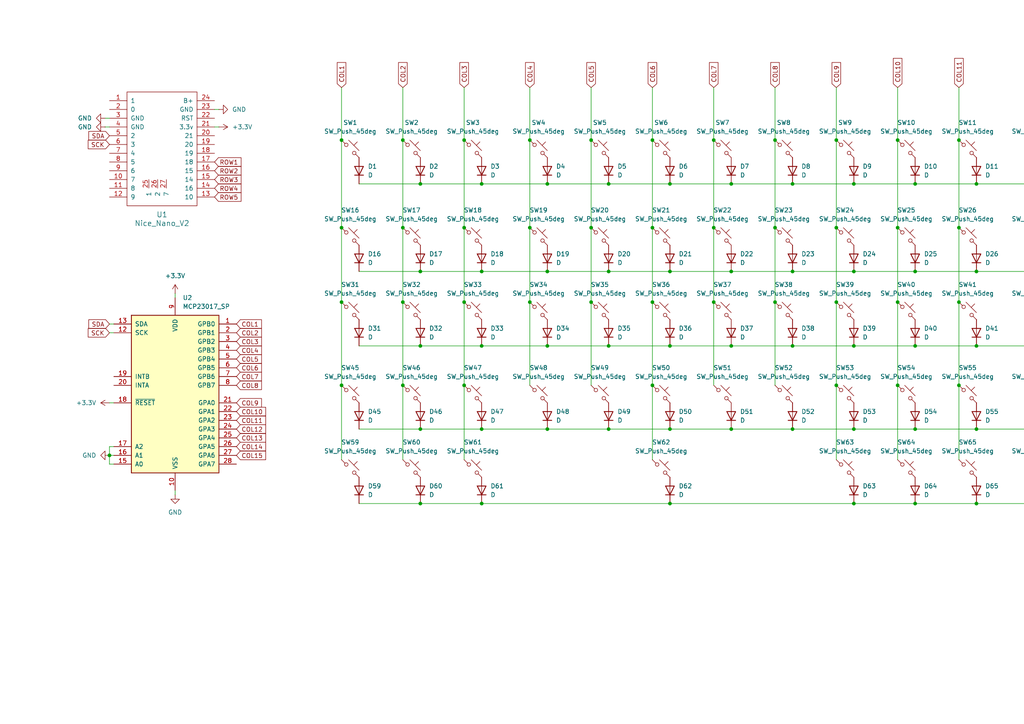
<source format=kicad_sch>
(kicad_sch (version 20231120) (generator "eeschema") (generator_version "8.0")
  (paper "A4")
  (junction (at 356.87 53.34))
  (junction (at 260.35 66.04))
  (junction (at 176.53 78.74))
  (junction (at 321.31 53.34))
  (junction (at 134.62 66.04))
  (junction (at 134.62 111.76))
  (junction (at 207.01 66.04))
  (junction (at 339.09 53.34))
  (junction (at 265.43 78.74))
  (junction (at 176.53 53.34))
  (junction (at 224.79 40.64))
  (junction (at 121.92 146.05))
  (junction (at 189.23 111.76))
  (junction (at 334.01 66.04))
  (junction (at 283.21 100.33))
  (junction (at 212.09 124.46))
  (junction (at 229.87 124.46))
  (junction (at 242.57 66.04))
  (junction (at 171.45 87.63))
  (junction (at 121.92 100.33))
  (junction (at 303.53 146.05))
  (junction (at 303.53 53.34))
  (junction (at 229.87 78.74))
  (junction (at 247.65 100.33))
  (junction (at 303.53 100.33))
  (junction (at 207.01 87.63))
  (junction (at 189.23 87.63))
  (junction (at 339.09 100.33))
  (junction (at 229.87 53.34))
  (junction (at 158.75 100.33))
  (junction (at 298.45 40.64))
  (junction (at 283.21 78.74))
  (junction (at 224.79 87.63))
  (junction (at 356.87 78.74))
  (junction (at 298.45 66.04))
  (junction (at 99.06 66.04))
  (junction (at 278.13 111.76))
  (junction (at 194.31 146.05))
  (junction (at 339.09 146.05))
  (junction (at 176.53 100.33))
  (junction (at 356.87 124.46))
  (junction (at 283.21 53.34))
  (junction (at 134.62 40.64))
  (junction (at 356.87 100.33))
  (junction (at 116.84 111.76))
  (junction (at 224.79 66.04))
  (junction (at 171.45 66.04))
  (junction (at 298.45 111.76))
  (junction (at 247.65 53.34))
  (junction (at 121.92 78.74))
  (junction (at 247.65 124.46))
  (junction (at 121.92 53.34))
  (junction (at 158.75 78.74))
  (junction (at 121.92 124.46))
  (junction (at 194.31 53.34))
  (junction (at 139.7 146.05))
  (junction (at 134.62 87.63))
  (junction (at 351.79 87.63))
  (junction (at 242.57 111.76))
  (junction (at 153.67 87.63))
  (junction (at 334.01 87.63))
  (junction (at 99.06 111.76))
  (junction (at 116.84 87.63))
  (junction (at 283.21 146.05))
  (junction (at 212.09 53.34))
  (junction (at 303.53 78.74))
  (junction (at 158.75 124.46))
  (junction (at 260.35 87.63))
  (junction (at 207.01 40.64))
  (junction (at 212.09 100.33))
  (junction (at 260.35 40.64))
  (junction (at 265.43 124.46))
  (junction (at 339.09 124.46))
  (junction (at 139.7 124.46))
  (junction (at 229.87 100.33))
  (junction (at 31.75 132.08))
  (junction (at 247.65 78.74))
  (junction (at 283.21 124.46))
  (junction (at 321.31 78.74))
  (junction (at 194.31 124.46))
  (junction (at 339.09 78.74))
  (junction (at 99.06 87.63))
  (junction (at 265.43 53.34))
  (junction (at 171.45 40.64))
  (junction (at 247.65 146.05))
  (junction (at 139.7 78.74))
  (junction (at 303.53 124.46))
  (junction (at 176.53 124.46))
  (junction (at 139.7 53.34))
  (junction (at 265.43 100.33))
  (junction (at 194.31 78.74))
  (junction (at 139.7 100.33))
  (junction (at 278.13 87.63))
  (junction (at 351.79 66.04))
  (junction (at 351.79 111.76))
  (junction (at 116.84 66.04))
  (junction (at 334.01 111.76))
  (junction (at 298.45 87.63))
  (junction (at 212.09 78.74))
  (junction (at 99.06 40.64))
  (junction (at 189.23 40.64))
  (junction (at 278.13 66.04))
  (junction (at 265.43 146.05))
  (junction (at 242.57 87.63))
  (junction (at 189.23 66.04))
  (junction (at 334.01 40.64))
  (junction (at 153.67 66.04))
  (junction (at 116.84 40.64))
  (junction (at 242.57 40.64))
  (junction (at 194.31 100.33))
  (junction (at 356.87 146.05))
  (junction (at 351.79 40.64))
  (junction (at 278.13 40.64))
  (junction (at 158.75 53.34))
  (junction (at 153.67 40.64))
  (junction (at 316.23 40.64))
  (junction (at 260.35 111.76))
  (wire (pts (xy 104.14 146.05) (xy 121.92 146.05)))
  (wire (pts (xy 153.67 40.64) (xy 153.67 66.04)))
  (wire (pts (xy 134.62 87.63) (xy 134.62 111.76)))
  (wire (pts (xy 351.79 25.4) (xy 351.79 40.64)))
  (wire (pts (xy 334.01 87.63) (xy 334.01 111.76)))
  (wire (pts (xy 139.7 146.05) (xy 194.31 146.05)))
  (wire (pts (xy 298.45 25.4) (xy 298.45 40.64)))
  (wire (pts (xy 212.09 53.34) (xy 229.87 53.34)))
  (wire (pts (xy 229.87 124.46) (xy 247.65 124.46)))
  (wire (pts (xy 104.14 124.46) (xy 121.92 124.46)))
  (wire (pts (xy 334.01 66.04) (xy 334.01 87.63)))
  (wire (pts (xy 104.14 100.33) (xy 121.92 100.33)))
  (wire (pts (xy 278.13 111.76) (xy 278.13 133.35)))
  (wire (pts (xy 334.01 25.4) (xy 334.01 40.64)))
  (wire (pts (xy 194.31 146.05) (xy 247.65 146.05)))
  (wire (pts (xy 265.43 100.33) (xy 283.21 100.33)))
  (wire (pts (xy 278.13 87.63) (xy 278.13 111.76)))
  (wire (pts (xy 171.45 66.04) (xy 171.45 87.63)))
  (wire (pts (xy 247.65 124.46) (xy 265.43 124.46)))
  (wire (pts (xy 176.53 78.74) (xy 194.31 78.74)))
  (wire (pts (xy 134.62 66.04) (xy 134.62 87.63)))
  (wire (pts (xy 171.45 25.4) (xy 171.45 40.64)))
  (wire (pts (xy 247.65 146.05) (xy 265.43 146.05)))
  (wire (pts (xy 283.21 124.46) (xy 303.53 124.46)))
  (wire (pts (xy 176.53 100.33) (xy 194.31 100.33)))
  (wire (pts (xy 278.13 40.64) (xy 278.13 66.04)))
  (wire (pts (xy 207.01 66.04) (xy 207.01 87.63)))
  (wire (pts (xy 229.87 53.34) (xy 247.65 53.34)))
  (wire (pts (xy 283.21 53.34) (xy 303.53 53.34)))
  (wire (pts (xy 298.45 111.76) (xy 298.45 133.35)))
  (wire (pts (xy 194.31 100.33) (xy 212.09 100.33)))
  (wire (pts (xy 356.87 78.74) (xy 365.76 78.74)))
  (wire (pts (xy 189.23 111.76) (xy 189.23 133.35)))
  (wire (pts (xy 31.75 96.52) (xy 33.02 96.52)))
  (wire (pts (xy 260.35 66.04) (xy 260.35 87.63)))
  (wire (pts (xy 283.21 78.74) (xy 303.53 78.74)))
  (wire (pts (xy 116.84 87.63) (xy 116.84 111.76)))
  (wire (pts (xy 194.31 53.34) (xy 212.09 53.34)))
  (wire (pts (xy 260.35 87.63) (xy 260.35 111.76)))
  (wire (pts (xy 224.79 40.64) (xy 224.79 66.04)))
  (wire (pts (xy 212.09 124.46) (xy 229.87 124.46)))
  (wire (pts (xy 31.75 132.08) (xy 31.75 134.62)))
  (wire (pts (xy 134.62 40.64) (xy 134.62 66.04)))
  (wire (pts (xy 176.53 124.46) (xy 194.31 124.46)))
  (wire (pts (xy 224.79 25.4) (xy 224.79 40.64)))
  (wire (pts (xy 212.09 78.74) (xy 229.87 78.74)))
  (wire (pts (xy 139.7 53.34) (xy 158.75 53.34)))
  (wire (pts (xy 247.65 53.34) (xy 265.43 53.34)))
  (wire (pts (xy 247.65 78.74) (xy 265.43 78.74)))
  (wire (pts (xy 116.84 40.64) (xy 116.84 66.04)))
  (wire (pts (xy 104.14 78.74) (xy 121.92 78.74)))
  (wire (pts (xy 176.53 53.34) (xy 194.31 53.34)))
  (wire (pts (xy 351.79 66.04) (xy 351.79 87.63)))
  (wire (pts (xy 99.06 40.64) (xy 99.06 66.04)))
  (wire (pts (xy 278.13 25.4) (xy 278.13 40.64)))
  (wire (pts (xy 334.01 40.64) (xy 334.01 66.04)))
  (wire (pts (xy 303.53 100.33) (xy 339.09 100.33)))
  (wire (pts (xy 316.23 25.4) (xy 316.23 40.64)))
  (wire (pts (xy 63.5 31.75) (xy 62.23 31.75)))
  (wire (pts (xy 265.43 53.34) (xy 283.21 53.34)))
  (wire (pts (xy 316.23 40.64) (xy 316.23 66.04)))
  (wire (pts (xy 229.87 100.33) (xy 247.65 100.33)))
  (wire (pts (xy 30.48 34.29) (xy 31.75 34.29)))
  (wire (pts (xy 247.65 100.33) (xy 265.43 100.33)))
  (wire (pts (xy 171.45 40.64) (xy 171.45 66.04)))
  (wire (pts (xy 298.45 87.63) (xy 298.45 111.76)))
  (wire (pts (xy 339.09 78.74) (xy 356.87 78.74)))
  (wire (pts (xy 339.09 124.46) (xy 356.87 124.46)))
  (wire (pts (xy 224.79 87.63) (xy 224.79 111.76)))
  (wire (pts (xy 189.23 40.64) (xy 189.23 66.04)))
  (wire (pts (xy 356.87 146.05) (xy 365.76 146.05)))
  (wire (pts (xy 339.09 100.33) (xy 356.87 100.33)))
  (wire (pts (xy 194.31 124.46) (xy 212.09 124.46)))
  (wire (pts (xy 321.31 53.34) (xy 339.09 53.34)))
  (wire (pts (xy 207.01 40.64) (xy 207.01 66.04)))
  (wire (pts (xy 339.09 53.34) (xy 356.87 53.34)))
  (wire (pts (xy 153.67 66.04) (xy 153.67 87.63)))
  (wire (pts (xy 121.92 146.05) (xy 139.7 146.05)))
  (wire (pts (xy 224.79 66.04) (xy 224.79 87.63)))
  (wire (pts (xy 99.06 66.04) (xy 99.06 87.63)))
  (wire (pts (xy 265.43 78.74) (xy 283.21 78.74)))
  (wire (pts (xy 31.75 116.84) (xy 33.02 116.84)))
  (wire (pts (xy 139.7 100.33) (xy 158.75 100.33)))
  (wire (pts (xy 31.75 134.62) (xy 33.02 134.62)))
  (wire (pts (xy 260.35 40.64) (xy 260.35 66.04)))
  (wire (pts (xy 356.87 124.46) (xy 365.76 124.46)))
  (wire (pts (xy 104.14 53.34) (xy 121.92 53.34)))
  (wire (pts (xy 189.23 25.4) (xy 189.23 40.64)))
  (wire (pts (xy 116.84 111.76) (xy 116.84 133.35)))
  (wire (pts (xy 298.45 66.04) (xy 298.45 87.63)))
  (wire (pts (xy 298.45 40.64) (xy 298.45 66.04)))
  (wire (pts (xy 139.7 124.46) (xy 158.75 124.46)))
  (wire (pts (xy 321.31 78.74) (xy 339.09 78.74)))
  (wire (pts (xy 303.53 146.05) (xy 339.09 146.05)))
  (wire (pts (xy 158.75 124.46) (xy 176.53 124.46)))
  (wire (pts (xy 134.62 25.4) (xy 134.62 40.64)))
  (wire (pts (xy 207.01 87.63) (xy 207.01 111.76)))
  (wire (pts (xy 351.79 40.64) (xy 351.79 66.04)))
  (wire (pts (xy 339.09 146.05) (xy 356.87 146.05)))
  (wire (pts (xy 30.48 36.83) (xy 31.75 36.83)))
  (wire (pts (xy 50.8 143.51) (xy 50.8 142.24)))
  (wire (pts (xy 189.23 66.04) (xy 189.23 87.63)))
  (wire (pts (xy 303.53 78.74) (xy 321.31 78.74)))
  (wire (pts (xy 212.09 100.33) (xy 229.87 100.33)))
  (wire (pts (xy 356.87 100.33) (xy 365.76 100.33)))
  (wire (pts (xy 229.87 78.74) (xy 247.65 78.74)))
  (wire (pts (xy 260.35 111.76) (xy 260.35 133.35)))
  (wire (pts (xy 99.06 87.63) (xy 99.06 111.76)))
  (wire (pts (xy 116.84 25.4) (xy 116.84 40.64)))
  (wire (pts (xy 153.67 25.4) (xy 153.67 40.64)))
  (wire (pts (xy 189.23 87.63) (xy 189.23 111.76)))
  (wire (pts (xy 134.62 111.76) (xy 134.62 133.35)))
  (wire (pts (xy 116.84 66.04) (xy 116.84 87.63)))
  (wire (pts (xy 283.21 146.05) (xy 303.53 146.05)))
  (wire (pts (xy 242.57 87.63) (xy 242.57 111.76)))
  (wire (pts (xy 158.75 100.33) (xy 176.53 100.33)))
  (wire (pts (xy 139.7 78.74) (xy 158.75 78.74)))
  (wire (pts (xy 334.01 111.76) (xy 334.01 133.35)))
  (wire (pts (xy 121.92 124.46) (xy 139.7 124.46)))
  (wire (pts (xy 171.45 87.63) (xy 171.45 111.76)))
  (wire (pts (xy 99.06 40.64) (xy 99.06 25.4)))
  (wire (pts (xy 351.79 111.76) (xy 351.79 133.35)))
  (wire (pts (xy 303.53 53.34) (xy 321.31 53.34)))
  (wire (pts (xy 265.43 124.46) (xy 283.21 124.46)))
  (wire (pts (xy 158.75 53.34) (xy 176.53 53.34)))
  (wire (pts (xy 121.92 78.74) (xy 139.7 78.74)))
  (wire (pts (xy 242.57 40.64) (xy 242.57 66.04)))
  (wire (pts (xy 31.75 129.54) (xy 31.75 132.08)))
  (wire (pts (xy 99.06 111.76) (xy 99.06 133.35)))
  (wire (pts (xy 153.67 87.63) (xy 153.67 111.76)))
  (wire (pts (xy 242.57 111.76) (xy 242.57 133.35)))
  (wire (pts (xy 33.02 129.54) (xy 31.75 129.54)))
  (wire (pts (xy 356.87 53.34) (xy 365.76 53.34)))
  (wire (pts (xy 278.13 66.04) (xy 278.13 87.63)))
  (wire (pts (xy 158.75 78.74) (xy 176.53 78.74)))
  (wire (pts (xy 351.79 87.63) (xy 351.79 111.76)))
  (wire (pts (xy 31.75 132.08) (xy 33.02 132.08)))
  (wire (pts (xy 283.21 100.33) (xy 303.53 100.33)))
  (wire (pts (xy 260.35 25.4) (xy 260.35 40.64)))
  (wire (pts (xy 121.92 100.33) (xy 139.7 100.33)))
  (wire (pts (xy 303.53 124.46) (xy 339.09 124.46)))
  (wire (pts (xy 121.92 53.34) (xy 139.7 53.34)))
  (wire (pts (xy 242.57 25.4) (xy 242.57 40.64)))
  (wire (pts (xy 194.31 78.74) (xy 212.09 78.74)))
  (wire (pts (xy 207.01 25.4) (xy 207.01 40.64)))
  (wire (pts (xy 63.5 36.83) (xy 62.23 36.83)))
  (wire (pts (xy 265.43 146.05) (xy 283.21 146.05)))
  (wire (pts (xy 242.57 66.04) (xy 242.57 87.63)))
  (wire (pts (xy 31.75 93.98) (xy 33.02 93.98)))
  (wire (pts (xy 50.8 85.09) (xy 50.8 86.36)))
  (global_label "COL6" (shape input) (at 189.23 25.4 90) (property "Intersheetrefs" "${INTERSHEET_REFS}" (effects (hide yes))))
  (global_label "COL1" (shape input) (at 99.06 25.4 90) (property "Intersheetrefs" "${INTERSHEET_REFS}" (effects (hide yes))))
  (global_label "COL12" (shape input) (at 68.58 124.46 0) (property "Intersheetrefs" "${INTERSHEET_REFS}" (effects (hide yes))))
  (global_label "COL11" (shape input) (at 278.13 25.4 90) (property "Intersheetrefs" "${INTERSHEET_REFS}" (effects (hide yes))))
  (global_label "COL7" (shape input) (at 68.58 109.22 0) (property "Intersheetrefs" "${INTERSHEET_REFS}" (effects (hide yes))))
  (global_label "COL8" (shape input) (at 224.79 25.4 90) (property "Intersheetrefs" "${INTERSHEET_REFS}" (effects (hide yes))))
  (global_label "ROW5" (shape input) (at 62.23 57.15 0) (property "Intersheetrefs" "${INTERSHEET_REFS}" (effects (hide yes))))
  (global_label "COL15" (shape input) (at 68.58 132.08 0) (property "Intersheetrefs" "${INTERSHEET_REFS}" (effects (hide yes))))
  (global_label "COL14" (shape input) (at 68.58 129.54 0) (property "Intersheetrefs" "${INTERSHEET_REFS}" (effects (hide yes))))
  (global_label "ROW2" (shape input) (at 365.76 78.74 0) (property "Intersheetrefs" "${INTERSHEET_REFS}" (effects (hide yes))))
  (global_label "ROW3" (shape input) (at 62.23 52.07 0) (property "Intersheetrefs" "${INTERSHEET_REFS}" (effects (hide yes))))
  (global_label "COL5" (shape input) (at 68.58 104.14 0) (property "Intersheetrefs" "${INTERSHEET_REFS}" (effects (hide yes))))
  (global_label "SDA" (shape input) (at 31.75 93.98 180) (property "Intersheetrefs" "${INTERSHEET_REFS}" (effects (hide yes))))
  (global_label "COL14" (shape input) (at 334.01 25.4 90) (property "Intersheetrefs" "${INTERSHEET_REFS}" (effects (hide yes))))
  (global_label "COL10" (shape input) (at 260.35 25.4 90) (property "Intersheetrefs" "${INTERSHEET_REFS}" (effects (hide yes))))
  (global_label "COL13" (shape input) (at 316.23 25.4 90) (property "Intersheetrefs" "${INTERSHEET_REFS}" (effects (hide yes))))
  (global_label "ROW1" (shape input) (at 62.23 46.99 0) (property "Intersheetrefs" "${INTERSHEET_REFS}" (effects (hide yes))))
  (global_label "COL15" (shape input) (at 351.79 25.4 90) (property "Intersheetrefs" "${INTERSHEET_REFS}" (effects (hide yes))))
  (global_label "COL2" (shape input) (at 116.84 25.4 90) (property "Intersheetrefs" "${INTERSHEET_REFS}" (effects (hide yes))))
  (global_label "SDA" (shape input) (at 31.75 39.37 180) (property "Intersheetrefs" "${INTERSHEET_REFS}" (effects (hide yes))))
  (global_label "COL2" (shape input) (at 68.58 96.52 0) (property "Intersheetrefs" "${INTERSHEET_REFS}" (effects (hide yes))))
  (global_label "COL12" (shape input) (at 298.45 25.4 90) (property "Intersheetrefs" "${INTERSHEET_REFS}" (effects (hide yes))))
  (global_label "COL3" (shape input) (at 68.58 99.06 0) (property "Intersheetrefs" "${INTERSHEET_REFS}" (effects (hide yes))))
  (global_label "COL4" (shape input) (at 68.58 101.6 0) (property "Intersheetrefs" "${INTERSHEET_REFS}" (effects (hide yes))))
  (global_label "ROW5" (shape input) (at 365.76 146.05 0) (property "Intersheetrefs" "${INTERSHEET_REFS}" (effects (hide yes))))
  (global_label "COL11" (shape input) (at 68.58 121.92 0) (property "Intersheetrefs" "${INTERSHEET_REFS}" (effects (hide yes))))
  (global_label "COL10" (shape input) (at 68.58 119.38 0) (property "Intersheetrefs" "${INTERSHEET_REFS}" (effects (hide yes))))
  (global_label "ROW1" (shape input) (at 365.76 53.34 0) (property "Intersheetrefs" "${INTERSHEET_REFS}" (effects (hide yes))))
  (global_label "COL1" (shape input) (at 68.58 93.98 0) (property "Intersheetrefs" "${INTERSHEET_REFS}" (effects (hide yes))))
  (global_label "ROW4" (shape input) (at 365.76 124.46 0) (property "Intersheetrefs" "${INTERSHEET_REFS}" (effects (hide yes))))
  (global_label "COL9" (shape input) (at 68.58 116.84 0) (property "Intersheetrefs" "${INTERSHEET_REFS}" (effects (hide yes))))
  (global_label "COL9" (shape input) (at 242.57 25.4 90) (property "Intersheetrefs" "${INTERSHEET_REFS}" (effects (hide yes))))
  (global_label "ROW3" (shape input) (at 365.76 100.33 0) (property "Intersheetrefs" "${INTERSHEET_REFS}" (effects (hide yes))))
  (global_label "SCK" (shape input) (at 31.75 96.52 180) (property "Intersheetrefs" "${INTERSHEET_REFS}" (effects (hide yes))))
  (global_label "ROW4" (shape input) (at 62.23 54.61 0) (property "Intersheetrefs" "${INTERSHEET_REFS}" (effects (hide yes))))
  (global_label "COL5" (shape input) (at 171.45 25.4 90) (property "Intersheetrefs" "${INTERSHEET_REFS}" (effects (hide yes))))
  (global_label "ROW2" (shape input) (at 62.23 49.53 0) (property "Intersheetrefs" "${INTERSHEET_REFS}" (effects (hide yes))))
  (global_label "COL6" (shape input) (at 68.58 106.68 0) (property "Intersheetrefs" "${INTERSHEET_REFS}" (effects (hide yes))))
  (global_label "SCK" (shape input) (at 31.75 41.91 180) (property "Intersheetrefs" "${INTERSHEET_REFS}" (effects (hide yes))))
  (global_label "COL8" (shape input) (at 68.58 111.76 0) (property "Intersheetrefs" "${INTERSHEET_REFS}" (effects (hide yes))))
  (global_label "COL7" (shape input) (at 207.01 25.4 90) (property "Intersheetrefs" "${INTERSHEET_REFS}" (effects (hide yes))))
  (global_label "COL3" (shape input) (at 134.62 25.4 90) (property "Intersheetrefs" "${INTERSHEET_REFS}" (effects (hide yes))))
  (global_label "COL13" (shape input) (at 68.58 127 0) (property "Intersheetrefs" "${INTERSHEET_REFS}" (effects (hide yes))))
  (global_label "COL4" (shape input) (at 153.67 25.4 90) (property "Intersheetrefs" "${INTERSHEET_REFS}" (effects (hide yes))))
  (symbol (lib_id "Device:D") (at 247.65 96.52 90) (unit 1)
    (property "Reference" "D39" (at 250.19 95.2499 90) (effects (justify right)))
    (property "Value" "D" (at 250.19 97.7899 90) (effects (justify right)))
    (property "Footprint" "Diode_THT:D_DO-35_SOD27_P7.62mm_Horizontal" (effects (hide yes)))
    (property "Description" "Diode" (effects (hide yes)))
    (property "Sim.Device" "D" (effects (hide yes)))
    (property "Sim.Pins" "1=K 2=A" (effects (hide yes)))
  )
  (symbol (lib_id "Device:D") (at 121.92 120.65 90) (unit 1)
    (property "Reference" "D46" (at 124.46 119.3799 90) (effects (justify right)))
    (property "Value" "D" (at 124.46 121.9199 90) (effects (justify right)))
    (property "Footprint" "Diode_THT:D_DO-35_SOD27_P7.62mm_Horizontal" (effects (hide yes)))
    (property "Description" "Diode" (effects (hide yes)))
    (property "Sim.Device" "D" (effects (hide yes)))
    (property "Sim.Pins" "1=K 2=A" (effects (hide yes)))
  )
  (symbol (lib_id "Device:D") (at 321.31 49.53 90) (unit 1)
    (property "Reference" "D13" (at 323.85 48.2599 90) (effects (justify right)))
    (property "Value" "D" (at 323.85 50.7999 90) (effects (justify right)))
    (property "Footprint" "Diode_THT:D_DO-35_SOD27_P7.62mm_Horizontal" (effects (hide yes)))
    (property "Description" "Diode" (effects (hide yes)))
    (property "Sim.Device" "D" (effects (hide yes)))
    (property "Sim.Pins" "1=K 2=A" (effects (hide yes)))
  )
  (symbol (lib_id "Switch:SW_Push_45deg") (at 280.67 90.17 0) (unit 1)
    (property "Reference" "SW41" (at 280.67 82.55 0))
    (property "Value" "SW_Push_45deg" (at 280.67 85.09 0))
    (property "Footprint" "ScottoKeebs_Scotto:MX_Hotswap_1.00u" (effects (hide yes)))
    (property "Description" "Push button switch, normally open, two pins, 45° tilted" (effects (hide yes)))
  )
  (symbol (lib_id "Device:D") (at 121.92 142.24 90) (unit 1)
    (property "Reference" "D60" (at 124.46 140.9699 90) (effects (justify right)))
    (property "Value" "D" (at 124.46 143.5099 90) (effects (justify right)))
    (property "Footprint" "Diode_THT:D_DO-35_SOD27_P7.62mm_Horizontal" (effects (hide yes)))
    (property "Description" "Diode" (effects (hide yes)))
    (property "Sim.Device" "D" (effects (hide yes)))
    (property "Sim.Pins" "1=K 2=A" (effects (hide yes)))
  )
  (symbol (lib_id "Switch:SW_Push_45deg") (at 336.55 135.89 0) (unit 1)
    (property "Reference" "SW67" (at 336.55 128.27 0))
    (property "Value" "SW_Push_45deg" (at 336.55 130.81 0))
    (property "Footprint" "ScottoKeebs_Scotto:MX_Hotswap_1.00u" (effects (hide yes)))
    (property "Description" "Push button switch, normally open, two pins, 45° tilted" (effects (hide yes)))
  )
  (symbol (lib_id "Switch:SW_Push_45deg") (at 245.11 135.89 0) (unit 1)
    (property "Reference" "SW63" (at 245.11 128.27 0))
    (property "Value" "SW_Push_45deg" (at 245.11 130.81 0))
    (property "Footprint" "ScottoKeebs_Scotto:MX_Hotswap_1.00u" (effects (hide yes)))
    (property "Description" "Push button switch, normally open, two pins, 45° tilted" (effects (hide yes)))
  )
  (symbol (lib_id "Device:D") (at 265.43 142.24 90) (unit 1)
    (property "Reference" "D64" (at 267.97 140.9699 90) (effects (justify right)))
    (property "Value" "D" (at 267.97 143.5099 90) (effects (justify right)))
    (property "Footprint" "Diode_THT:D_DO-35_SOD27_P7.62mm_Horizontal" (effects (hide yes)))
    (property "Description" "Diode" (effects (hide yes)))
    (property "Sim.Device" "D" (effects (hide yes)))
    (property "Sim.Pins" "1=K 2=A" (effects (hide yes)))
  )
  (symbol (lib_id "Switch:SW_Push_45deg") (at 336.55 43.18 0) (unit 1)
    (property "Reference" "SW14" (at 336.55 35.56 0))
    (property "Value" "SW_Push_45deg" (at 336.55 38.1 0))
    (property "Footprint" "ScottoKeebs_Scotto:MX_Hotswap_1.00u" (effects (hide yes)))
    (property "Description" "Push button switch, normally open, two pins, 45° tilted" (effects (hide yes)))
  )
  (symbol (lib_id "Switch:SW_Push_45deg") (at 245.11 114.3 0) (unit 1)
    (property "Reference" "SW53" (at 245.11 106.68 0))
    (property "Value" "SW_Push_45deg" (at 245.11 109.22 0))
    (property "Footprint" "ScottoKeebs_Scotto:MX_Hotswap_1.00u" (effects (hide yes)))
    (property "Description" "Push button switch, normally open, two pins, 45° tilted" (effects (hide yes)))
  )
  (symbol (lib_id "Switch:SW_Push_45deg") (at 300.99 114.3 0) (unit 1)
    (property "Reference" "SW56" (at 300.99 106.68 0))
    (property "Value" "SW_Push_45deg" (at 300.99 109.22 0))
    (property "Footprint" "ScottoKeebs_Scotto:MX_Hotswap_1.00u" (effects (hide yes)))
    (property "Description" "Push button switch, normally open, two pins, 45° tilted" (effects (hide yes)))
  )
  (symbol (lib_id "power:GND") (at 31.75 132.08 270) (unit 1)
    (property "Reference" "#PWR6" (effects (hide yes)))
    (property "Value" "GND" (at 27.94 132.0799 90) (effects (justify right)))
    (property "Description" "Power symbol creates a global label with name \"GND\" , ground" (effects (hide yes)))
  )
  (symbol (lib_id "power:GND") (at 30.48 34.29 270) (unit 1)
    (property "Reference" "#PWR1" (effects (hide yes)))
    (property "Value" "GND" (at 26.67 34.2899 90) (effects (justify right)))
    (property "Description" "Power symbol creates a global label with name \"GND\" , ground" (effects (hide yes)))
  )
  (symbol (lib_id "Device:D") (at 104.14 74.93 90) (unit 1)
    (property "Reference" "D16" (at 106.68 73.6599 90) (effects (justify right)))
    (property "Value" "D" (at 106.68 76.1999 90) (effects (justify right)))
    (property "Footprint" "Diode_THT:D_DO-35_SOD27_P7.62mm_Horizontal" (effects (hide yes)))
    (property "Description" "Diode" (effects (hide yes)))
    (property "Sim.Device" "D" (effects (hide yes)))
    (property "Sim.Pins" "1=K 2=A" (effects (hide yes)))
  )
  (symbol (lib_id "Switch:SW_Push_45deg") (at 262.89 90.17 0) (unit 1)
    (property "Reference" "SW40" (at 262.89 82.55 0))
    (property "Value" "SW_Push_45deg" (at 262.89 85.09 0))
    (property "Footprint" "ScottoKeebs_Scotto:MX_Hotswap_1.00u" (effects (hide yes)))
    (property "Description" "Push button switch, normally open, two pins, 45° tilted" (effects (hide yes)))
  )
  (symbol (lib_id "Device:D") (at 176.53 96.52 90) (unit 1)
    (property "Reference" "D35" (at 179.07 95.2499 90) (effects (justify right)))
    (property "Value" "D" (at 179.07 97.7899 90) (effects (justify right)))
    (property "Footprint" "Diode_THT:D_DO-35_SOD27_P7.62mm_Horizontal" (effects (hide yes)))
    (property "Description" "Diode" (effects (hide yes)))
    (property "Sim.Device" "D" (effects (hide yes)))
    (property "Sim.Pins" "1=K 2=A" (effects (hide yes)))
  )
  (symbol (lib_id "Device:D") (at 121.92 96.52 90) (unit 1)
    (property "Reference" "D32" (at 124.46 95.2499 90) (effects (justify right)))
    (property "Value" "D" (at 124.46 97.7899 90) (effects (justify right)))
    (property "Footprint" "Diode_THT:D_DO-35_SOD27_P7.62mm_Horizontal" (effects (hide yes)))
    (property "Description" "Diode" (effects (hide yes)))
    (property "Sim.Device" "D" (effects (hide yes)))
    (property "Sim.Pins" "1=K 2=A" (effects (hide yes)))
  )
  (symbol (lib_id "Switch:SW_Push_45deg") (at 173.99 43.18 0) (unit 1)
    (property "Reference" "SW5" (at 173.99 35.56 0))
    (property "Value" "SW_Push_45deg" (at 173.99 38.1 0))
    (property "Footprint" "ScottoKeebs_Scotto:MX_Hotswap_1.00u" (effects (hide yes)))
    (property "Description" "Push button switch, normally open, two pins, 45° tilted" (effects (hide yes)))
  )
  (symbol (lib_id "power:GND") (at 63.5 31.75 90) (unit 1)
    (property "Reference" "#PWR3" (effects (hide yes)))
    (property "Value" "GND" (at 67.31 31.7499 90) (effects (justify right)))
    (property "Description" "Power symbol creates a global label with name \"GND\" , ground" (effects (hide yes)))
  )
  (symbol (lib_id "Switch:SW_Push_45deg") (at 119.38 114.3 0) (unit 1)
    (property "Reference" "SW46" (at 119.38 106.68 0))
    (property "Value" "SW_Push_45deg" (at 119.38 109.22 0))
    (property "Footprint" "ScottoKeebs_Scotto:MX_Hotswap_1.00u" (effects (hide yes)))
    (property "Description" "Push button switch, normally open, two pins, 45° tilted" (effects (hide yes)))
  )
  (symbol (lib_id "Switch:SW_Push_45deg") (at 173.99 90.17 0) (unit 1)
    (property "Reference" "SW35" (at 173.99 82.55 0))
    (property "Value" "SW_Push_45deg" (at 173.99 85.09 0))
    (property "Footprint" "ScottoKeebs_Scotto:MX_Hotswap_1.00u" (effects (hide yes)))
    (property "Description" "Push button switch, normally open, two pins, 45° tilted" (effects (hide yes)))
  )
  (symbol (lib_id "Device:D") (at 247.65 120.65 90) (unit 1)
    (property "Reference" "D53" (at 250.19 119.3799 90) (effects (justify right)))
    (property "Value" "D" (at 250.19 121.9199 90) (effects (justify right)))
    (property "Footprint" "Diode_THT:D_DO-35_SOD27_P7.62mm_Horizontal" (effects (hide yes)))
    (property "Description" "Diode" (effects (hide yes)))
    (property "Sim.Device" "D" (effects (hide yes)))
    (property "Sim.Pins" "1=K 2=A" (effects (hide yes)))
  )
  (symbol (lib_id "Device:D") (at 356.87 120.65 90) (unit 1)
    (property "Reference" "D58" (at 359.41 119.3799 90) (effects (justify right)))
    (property "Value" "D" (at 359.41 121.9199 90) (effects (justify right)))
    (property "Footprint" "Diode_THT:D_DO-35_SOD27_P7.62mm_Horizontal" (effects (hide yes)))
    (property "Description" "Diode" (effects (hide yes)))
    (property "Sim.Device" "D" (effects (hide yes)))
    (property "Sim.Pins" "1=K 2=A" (effects (hide yes)))
  )
  (symbol (lib_id "Device:D") (at 176.53 120.65 90) (unit 1)
    (property "Reference" "D49" (at 179.07 119.3799 90) (effects (justify right)))
    (property "Value" "D" (at 179.07 121.9199 90) (effects (justify right)))
    (property "Footprint" "Diode_THT:D_DO-35_SOD27_P7.62mm_Horizontal" (effects (hide yes)))
    (property "Description" "Diode" (effects (hide yes)))
    (property "Sim.Device" "D" (effects (hide yes)))
    (property "Sim.Pins" "1=K 2=A" (effects (hide yes)))
  )
  (symbol (lib_id "Device:D") (at 339.09 49.53 90) (unit 1)
    (property "Reference" "D14" (at 341.63 48.2599 90) (effects (justify right)))
    (property "Value" "D" (at 341.63 50.7999 90) (effects (justify right)))
    (property "Footprint" "Diode_THT:D_DO-35_SOD27_P7.62mm_Horizontal" (effects (hide yes)))
    (property "Description" "Diode" (effects (hide yes)))
    (property "Sim.Device" "D" (effects (hide yes)))
    (property "Sim.Pins" "1=K 2=A" (effects (hide yes)))
  )
  (symbol (lib_id "Device:D") (at 265.43 49.53 90) (unit 1)
    (property "Reference" "D10" (at 267.97 48.2599 90) (effects (justify right)))
    (property "Value" "D" (at 267.97 50.7999 90) (effects (justify right)))
    (property "Footprint" "Diode_THT:D_DO-35_SOD27_P7.62mm_Horizontal" (effects (hide yes)))
    (property "Description" "Diode" (effects (hide yes)))
    (property "Sim.Device" "D" (effects (hide yes)))
    (property "Sim.Pins" "1=K 2=A" (effects (hide yes)))
  )
  (symbol (lib_id "Device:D") (at 247.65 74.93 90) (unit 1)
    (property "Reference" "D24" (at 250.19 73.6599 90) (effects (justify right)))
    (property "Value" "D" (at 250.19 76.1999 90) (effects (justify right)))
    (property "Footprint" "Diode_THT:D_DO-35_SOD27_P7.62mm_Horizontal" (effects (hide yes)))
    (property "Description" "Diode" (effects (hide yes)))
    (property "Sim.Device" "D" (effects (hide yes)))
    (property "Sim.Pins" "1=K 2=A" (effects (hide yes)))
  )
  (symbol (lib_id "Switch:SW_Push_45deg") (at 119.38 90.17 0) (unit 1)
    (property "Reference" "SW32" (at 119.38 82.55 0))
    (property "Value" "SW_Push_45deg" (at 119.38 85.09 0))
    (property "Footprint" "ScottoKeebs_Scotto:MX_Hotswap_1.00u" (effects (hide yes)))
    (property "Description" "Push button switch, normally open, two pins, 45° tilted" (effects (hide yes)))
  )
  (symbol (lib_id "Device:D") (at 104.14 49.53 90) (unit 1)
    (property "Reference" "D1" (at 106.68 48.2599 90) (effects (justify right)))
    (property "Value" "D" (at 106.68 50.7999 90) (effects (justify right)))
    (property "Footprint" "Diode_THT:D_DO-35_SOD27_P7.62mm_Horizontal" (effects (hide yes)))
    (property "Description" "Diode" (effects (hide yes)))
    (property "Sim.Device" "D" (effects (hide yes)))
    (property "Sim.Pins" "1=K 2=A" (effects (hide yes)))
  )
  (symbol (lib_id "Device:D") (at 339.09 74.93 90) (unit 1)
    (property "Reference" "D29" (at 341.63 73.6599 90) (effects (justify right)))
    (property "Value" "D" (at 341.63 76.1999 90) (effects (justify right)))
    (property "Footprint" "Diode_THT:D_DO-35_SOD27_P7.62mm_Horizontal" (effects (hide yes)))
    (property "Description" "Diode" (effects (hide yes)))
    (property "Sim.Device" "D" (effects (hide yes)))
    (property "Sim.Pins" "1=K 2=A" (effects (hide yes)))
  )
  (symbol (lib_id "Switch:SW_Push_45deg") (at 300.99 135.89 0) (unit 1)
    (property "Reference" "SW66" (at 300.99 128.27 0))
    (property "Value" "SW_Push_45deg" (at 300.99 130.81 0))
    (property "Footprint" "ScottoKeebs_Scotto:MX_Hotswap_1.00u" (effects (hide yes)))
    (property "Description" "Push button switch, normally open, two pins, 45° tilted" (effects (hide yes)))
  )
  (symbol (lib_id "power:+3.3V") (at 63.5 36.83 270) (unit 1)
    (property "Reference" "#PWR4" (effects (hide yes)))
    (property "Value" "+3.3V" (at 67.31 36.8299 90) (effects (justify left)))
    (property "Description" "Power symbol creates a global label with name \"+3.3V\"" (effects (hide yes)))
  )
  (symbol (lib_id "Switch:SW_Push_45deg") (at 156.21 43.18 0) (unit 1)
    (property "Reference" "SW4" (at 156.21 35.56 0))
    (property "Value" "SW_Push_45deg" (at 156.21 38.1 0))
    (property "Footprint" "ScottoKeebs_Scotto:MX_Hotswap_1.00u" (effects (hide yes)))
    (property "Description" "Push button switch, normally open, two pins, 45° tilted" (effects (hide yes)))
  )
  (symbol (lib_id "Switch:SW_Push_45deg") (at 262.89 135.89 0) (unit 1)
    (property "Reference" "SW64" (at 262.89 128.27 0))
    (property "Value" "SW_Push_45deg" (at 262.89 130.81 0))
    (property "Footprint" "ScottoKeebs_Scotto:MX_Hotswap_1.00u" (effects (hide yes)))
    (property "Description" "Push button switch, normally open, two pins, 45° tilted" (effects (hide yes)))
  )
  (symbol (lib_id "Device:D") (at 303.53 96.52 90) (unit 1)
    (property "Reference" "D42" (at 306.07 95.2499 90) (effects (justify right)))
    (property "Value" "D" (at 306.07 97.7899 90) (effects (justify right)))
    (property "Footprint" "Diode_THT:D_DO-35_SOD27_P7.62mm_Horizontal" (effects (hide yes)))
    (property "Description" "Diode" (effects (hide yes)))
    (property "Sim.Device" "D" (effects (hide yes)))
    (property "Sim.Pins" "1=K 2=A" (effects (hide yes)))
  )
  (symbol (lib_id "Device:D") (at 303.53 74.93 90) (unit 1)
    (property "Reference" "D27" (at 306.07 73.6599 90) (effects (justify right)))
    (property "Value" "D" (at 306.07 76.1999 90) (effects (justify right)))
    (property "Footprint" "Diode_THT:D_DO-35_SOD27_P7.62mm_Horizontal" (effects (hide yes)))
    (property "Description" "Diode" (effects (hide yes)))
    (property "Sim.Device" "D" (effects (hide yes)))
    (property "Sim.Pins" "1=K 2=A" (effects (hide yes)))
  )
  (symbol (lib_id "Device:D") (at 265.43 96.52 90) (unit 1)
    (property "Reference" "D40" (at 267.97 95.2499 90) (effects (justify right)))
    (property "Value" "D" (at 267.97 97.7899 90) (effects (justify right)))
    (property "Footprint" "Diode_THT:D_DO-35_SOD27_P7.62mm_Horizontal" (effects (hide yes)))
    (property "Description" "Diode" (effects (hide yes)))
    (property "Sim.Device" "D" (effects (hide yes)))
    (property "Sim.Pins" "1=K 2=A" (effects (hide yes)))
  )
  (symbol (lib_id "Switch:SW_Push_45deg") (at 318.77 68.58 0) (unit 1)
    (property "Reference" "SW28" (at 318.77 60.96 0))
    (property "Value" "SW_Push_45deg" (at 318.77 63.5 0))
    (property "Footprint" "ScottoKeebs_Scotto:MX_Hotswap_1.00u" (effects (hide yes)))
    (property "Description" "Push button switch, normally open, two pins, 45° tilted" (effects (hide yes)))
  )
  (symbol (lib_id "Switch:SW_Push_45deg") (at 209.55 114.3 0) (unit 1)
    (property "Reference" "SW51" (at 209.55 106.68 0))
    (property "Value" "SW_Push_45deg" (at 209.55 109.22 0))
    (property "Footprint" "ScottoKeebs_Scotto:MX_Hotswap_1.00u" (effects (hide yes)))
    (property "Description" "Push button switch, normally open, two pins, 45° tilted" (effects (hide yes)))
  )
  (symbol (lib_id "Switch:SW_Push_45deg") (at 119.38 68.58 0) (unit 1)
    (property "Reference" "SW17" (at 119.38 60.96 0))
    (property "Value" "SW_Push_45deg" (at 119.38 63.5 0))
    (property "Footprint" "ScottoKeebs_Scotto:MX_Hotswap_1.00u" (effects (hide yes)))
    (property "Description" "Push button switch, normally open, two pins, 45° tilted" (effects (hide yes)))
  )
  (symbol (lib_id "Device:D") (at 212.09 120.65 90) (unit 1)
    (property "Reference" "D51" (at 214.63 119.3799 90) (effects (justify right)))
    (property "Value" "D" (at 214.63 121.9199 90) (effects (justify right)))
    (property "Footprint" "Diode_THT:D_DO-35_SOD27_P7.62mm_Horizontal" (effects (hide yes)))
    (property "Description" "Diode" (effects (hide yes)))
    (property "Sim.Device" "D" (effects (hide yes)))
    (property "Sim.Pins" "1=K 2=A" (effects (hide yes)))
  )
  (symbol (lib_id "Switch:SW_Push_45deg") (at 245.11 43.18 0) (unit 1)
    (property "Reference" "SW9" (at 245.11 35.56 0))
    (property "Value" "SW_Push_45deg" (at 245.11 38.1 0))
    (property "Footprint" "ScottoKeebs_Scotto:MX_Hotswap_1.00u" (effects (hide yes)))
    (property "Description" "Push button switch, normally open, two pins, 45° tilted" (effects (hide yes)))
  )
  (symbol (lib_id "Switch:SW_Push_45deg") (at 191.77 135.89 0) (unit 1)
    (property "Reference" "SW62" (at 191.77 128.27 0))
    (property "Value" "SW_Push_45deg" (at 191.77 130.81 0))
    (property "Footprint" "ScottoKeebs_Scotto:MX_Hotswap_1.00u" (effects (hide yes)))
    (property "Description" "Push button switch, normally open, two pins, 45° tilted" (effects (hide yes)))
  )
  (symbol (lib_id "Switch:SW_Push_45deg") (at 209.55 43.18 0) (unit 1)
    (property "Reference" "SW7" (at 209.55 35.56 0))
    (property "Value" "SW_Push_45deg" (at 209.55 38.1 0))
    (property "Footprint" "ScottoKeebs_Scotto:MX_Hotswap_1.00u" (effects (hide yes)))
    (property "Description" "Push button switch, normally open, two pins, 45° tilted" (effects (hide yes)))
  )
  (symbol (lib_id "Device:D") (at 356.87 49.53 90) (unit 1)
    (property "Reference" "D15" (at 359.41 48.2599 90) (effects (justify right)))
    (property "Value" "D" (at 359.41 50.7999 90) (effects (justify right)))
    (property "Footprint" "Diode_THT:D_DO-35_SOD27_P7.62mm_Horizontal" (effects (hide yes)))
    (property "Description" "Diode" (effects (hide yes)))
    (property "Sim.Device" "D" (effects (hide yes)))
    (property "Sim.Pins" "1=K 2=A" (effects (hide yes)))
  )
  (symbol (lib_id "Switch:SW_Push_45deg") (at 156.21 90.17 0) (unit 1)
    (property "Reference" "SW34" (at 156.21 82.55 0))
    (property "Value" "SW_Push_45deg" (at 156.21 85.09 0))
    (property "Footprint" "ScottoKeebs_Scotto:MX_Hotswap_1.00u" (effects (hide yes)))
    (property "Description" "Push button switch, normally open, two pins, 45° tilted" (effects (hide yes)))
  )
  (symbol (lib_id "Switch:SW_Push_45deg") (at 191.77 43.18 0) (unit 1)
    (property "Reference" "SW6" (at 191.77 35.56 0))
    (property "Value" "SW_Push_45deg" (at 191.77 38.1 0))
    (property "Footprint" "ScottoKeebs_Scotto:MX_Hotswap_1.00u" (effects (hide yes)))
    (property "Description" "Push button switch, normally open, two pins, 45° tilted" (effects (hide yes)))
  )
  (symbol (lib_id "Device:D") (at 212.09 96.52 90) (unit 1)
    (property "Reference" "D37" (at 214.63 95.2499 90) (effects (justify right)))
    (property "Value" "D" (at 214.63 97.7899 90) (effects (justify right)))
    (property "Footprint" "Diode_THT:D_DO-35_SOD27_P7.62mm_Horizontal" (effects (hide yes)))
    (property "Description" "Diode" (effects (hide yes)))
    (property "Sim.Device" "D" (effects (hide yes)))
    (property "Sim.Pins" "1=K 2=A" (effects (hide yes)))
  )
  (symbol (lib_id "power:GND") (at 30.48 36.83 270) (unit 1)
    (property "Reference" "#PWR2" (effects (hide yes)))
    (property "Value" "GND" (at 26.67 36.8299 90) (effects (justify right)))
    (property "Description" "Power symbol creates a global label with name \"GND\" , ground" (effects (hide yes)))
  )
  (symbol (lib_id "Device:D") (at 356.87 142.24 90) (unit 1)
    (property "Reference" "D68" (at 359.41 140.9699 90) (effects (justify right)))
    (property "Value" "D" (at 359.41 143.5099 90) (effects (justify right)))
    (property "Footprint" "Diode_THT:D_DO-35_SOD27_P7.62mm_Horizontal" (effects (hide yes)))
    (property "Description" "Diode" (effects (hide yes)))
    (property "Sim.Device" "D" (effects (hide yes)))
    (property "Sim.Pins" "1=K 2=A" (effects (hide yes)))
  )
  (symbol (lib_id "Device:D") (at 283.21 96.52 90) (unit 1)
    (property "Reference" "D41" (at 285.75 95.2499 90) (effects (justify right)))
    (property "Value" "D" (at 285.75 97.7899 90) (effects (justify right)))
    (property "Footprint" "Diode_THT:D_DO-35_SOD27_P7.62mm_Horizontal" (effects (hide yes)))
    (property "Description" "Diode" (effects (hide yes)))
    (property "Sim.Device" "D" (effects (hide yes)))
    (property "Sim.Pins" "1=K 2=A" (effects (hide yes)))
  )
  (symbol (lib_id "ScottoKeebs:MCU_Nice_Nano_V2") (at 46.99 43.18 0) (unit 1)
    (property "Reference" "U1" (at 46.99 62.23 0) (effects (font (size 1.524 1.524))))
    (property "Value" "Nice_Nano_V2" (at 46.99 64.77 0) (effects (font (size 1.524 1.524))))
    (property "Footprint" "ScottoKeebs_MCU:Nice_Nano_V2" (effects (hide yes)))
  )
  (symbol (lib_id "Switch:SW_Push_45deg") (at 227.33 68.58 0) (unit 1)
    (property "Reference" "SW23" (at 227.33 60.96 0))
    (property "Value" "SW_Push_45deg" (at 227.33 63.5 0))
    (property "Footprint" "ScottoKeebs_Scotto:MX_Hotswap_1.00u" (effects (hide yes)))
    (property "Description" "Push button switch, normally open, two pins, 45° tilted" (effects (hide yes)))
  )
  (symbol (lib_id "Switch:SW_Push_45deg") (at 137.16 114.3 0) (unit 1)
    (property "Reference" "SW47" (at 137.16 106.68 0))
    (property "Value" "SW_Push_45deg" (at 137.16 109.22 0))
    (property "Footprint" "ScottoKeebs_Scotto:MX_Hotswap_1.00u" (effects (hide yes)))
    (property "Description" "Push button switch, normally open, two pins, 45° tilted" (effects (hide yes)))
  )
  (symbol (lib_id "Switch:SW_Push_45deg") (at 280.67 114.3 0) (unit 1)
    (property "Reference" "SW55" (at 280.67 106.68 0))
    (property "Value" "SW_Push_45deg" (at 280.67 109.22 0))
    (property "Footprint" "ScottoKeebs_Scotto:MX_Hotswap_1.00u" (effects (hide yes)))
    (property "Description" "Push button switch, normally open, two pins, 45° tilted" (effects (hide yes)))
  )
  (symbol (lib_id "power:GND") (at 50.8 143.51 0) (unit 1)
    (property "Reference" "#PWR8" (effects (hide yes)))
    (property "Value" "GND" (at 50.8 148.59 0))
    (property "Description" "Power symbol creates a global label with name \"GND\" , ground" (effects (hide yes)))
  )
  (symbol (lib_id "Switch:SW_Push_45deg") (at 280.67 135.89 0) (unit 1)
    (property "Reference" "SW65" (at 280.67 128.27 0))
    (property "Value" "SW_Push_45deg" (at 280.67 130.81 0))
    (property "Footprint" "ScottoKeebs_Scotto:MX_Hotswap_1.00u" (effects (hide yes)))
    (property "Description" "Push button switch, normally open, two pins, 45° tilted" (effects (hide yes)))
  )
  (symbol (lib_id "Switch:SW_Push_45deg") (at 300.99 90.17 0) (unit 1)
    (property "Reference" "SW42" (at 300.99 82.55 0))
    (property "Value" "SW_Push_45deg" (at 300.99 85.09 0))
    (property "Footprint" "ScottoKeebs_Scotto:MX_Hotswap_1.00u" (effects (hide yes)))
    (property "Description" "Push button switch, normally open, two pins, 45° tilted" (effects (hide yes)))
  )
  (symbol (lib_id "Device:D") (at 339.09 142.24 90) (unit 1)
    (property "Reference" "D67" (at 341.63 140.9699 90) (effects (justify right)))
    (property "Value" "D" (at 341.63 143.5099 90) (effects (justify right)))
    (property "Footprint" "Diode_THT:D_DO-35_SOD27_P7.62mm_Horizontal" (effects (hide yes)))
    (property "Description" "Diode" (effects (hide yes)))
    (property "Sim.Device" "D" (effects (hide yes)))
    (property "Sim.Pins" "1=K 2=A" (effects (hide yes)))
  )
  (symbol (lib_id "Switch:SW_Push_45deg") (at 262.89 114.3 0) (unit 1)
    (property "Reference" "SW54" (at 262.89 106.68 0))
    (property "Value" "SW_Push_45deg" (at 262.89 109.22 0))
    (property "Footprint" "ScottoKeebs_Scotto:MX_Hotswap_1.00u" (effects (hide yes)))
    (property "Description" "Push button switch, normally open, two pins, 45° tilted" (effects (hide yes)))
  )
  (symbol (lib_id "Switch:SW_Push_45deg") (at 354.33 43.18 0) (unit 1)
    (property "Reference" "SW15" (at 354.33 35.56 0))
    (property "Value" "SW_Push_45deg" (at 354.33 38.1 0))
    (property "Footprint" "ScottoKeebs_Scotto:MX_Hotswap_1.00u" (effects (hide yes)))
    (property "Description" "Push button switch, normally open, two pins, 45° tilted" (effects (hide yes)))
  )
  (symbol (lib_id "Switch:SW_Push_45deg") (at 191.77 90.17 0) (unit 1)
    (property "Reference" "SW36" (at 191.77 82.55 0))
    (property "Value" "SW_Push_45deg" (at 191.77 85.09 0))
    (property "Footprint" "ScottoKeebs_Scotto:MX_Hotswap_1.00u" (effects (hide yes)))
    (property "Description" "Push button switch, normally open, two pins, 45° tilted" (effects (hide yes)))
  )
  (symbol (lib_id "Switch:SW_Push_45deg") (at 156.21 114.3 0) (unit 1)
    (property "Reference" "SW48" (at 156.21 106.68 0))
    (property "Value" "SW_Push_45deg" (at 156.21 109.22 0))
    (property "Footprint" "ScottoKeebs_Scotto:MX_Hotswap_1.00u" (effects (hide yes)))
    (property "Description" "Push button switch, normally open, two pins, 45° tilted" (effects (hide yes)))
  )
  (symbol (lib_id "power:+3.3V") (at 50.8 85.09 0) (unit 1)
    (property "Reference" "#PWR5" (effects (hide yes)))
    (property "Value" "+3.3V" (at 50.8 80.01 0))
    (property "Description" "Power symbol creates a global label with name \"+3.3V\"" (effects (hide yes)))
  )
  (symbol (lib_id "Switch:SW_Push_45deg") (at 191.77 68.58 0) (unit 1)
    (property "Reference" "SW21" (at 191.77 60.96 0))
    (property "Value" "SW_Push_45deg" (at 191.77 63.5 0))
    (property "Footprint" "ScottoKeebs_Scotto:MX_Hotswap_1.00u" (effects (hide yes)))
    (property "Description" "Push button switch, normally open, two pins, 45° tilted" (effects (hide yes)))
  )
  (symbol (lib_id "Device:D") (at 356.87 96.52 90) (unit 1)
    (property "Reference" "D44" (at 359.41 95.2499 90) (effects (justify right)))
    (property "Value" "D" (at 359.41 97.7899 90) (effects (justify right)))
    (property "Footprint" "Diode_THT:D_DO-35_SOD27_P7.62mm_Horizontal" (effects (hide yes)))
    (property "Description" "Diode" (effects (hide yes)))
    (property "Sim.Device" "D" (effects (hide yes)))
    (property "Sim.Pins" "1=K 2=A" (effects (hide yes)))
  )
  (symbol (lib_id "Device:D") (at 158.75 96.52 90) (unit 1)
    (property "Reference" "D34" (at 161.29 95.2499 90) (effects (justify right)))
    (property "Value" "D" (at 161.29 97.7899 90) (effects (justify right)))
    (property "Footprint" "Diode_THT:D_DO-35_SOD27_P7.62mm_Horizontal" (effects (hide yes)))
    (property "Description" "Diode" (effects (hide yes)))
    (property "Sim.Device" "D" (effects (hide yes)))
    (property "Sim.Pins" "1=K 2=A" (effects (hide yes)))
  )
  (symbol (lib_id "Device:D") (at 139.7 142.24 90) (unit 1)
    (property "Reference" "D61" (at 142.24 140.9699 90) (effects (justify right)))
    (property "Value" "D" (at 142.24 143.5099 90) (effects (justify right)))
    (property "Footprint" "Diode_THT:D_DO-35_SOD27_P7.62mm_Horizontal" (effects (hide yes)))
    (property "Description" "Diode" (effects (hide yes)))
    (property "Sim.Device" "D" (effects (hide yes)))
    (property "Sim.Pins" "1=K 2=A" (effects (hide yes)))
  )
  (symbol (lib_id "Device:D") (at 321.31 74.93 90) (unit 1)
    (property "Reference" "D28" (at 323.85 73.6599 90) (effects (justify right)))
    (property "Value" "D" (at 323.85 76.1999 90) (effects (justify right)))
    (property "Footprint" "Diode_THT:D_DO-35_SOD27_P7.62mm_Horizontal" (effects (hide yes)))
    (property "Description" "Diode" (effects (hide yes)))
    (property "Sim.Device" "D" (effects (hide yes)))
    (property "Sim.Pins" "1=K 2=A" (effects (hide yes)))
  )
  (symbol (lib_id "Switch:SW_Push_45deg") (at 227.33 90.17 0) (unit 1)
    (property "Reference" "SW38" (at 227.33 82.55 0))
    (property "Value" "SW_Push_45deg" (at 227.33 85.09 0))
    (property "Footprint" "ScottoKeebs_Scotto:MX_Hotswap_1.00u" (effects (hide yes)))
    (property "Description" "Push button switch, normally open, two pins, 45° tilted" (effects (hide yes)))
  )
  (symbol (lib_id "Device:D") (at 139.7 96.52 90) (unit 1)
    (property "Reference" "D33" (at 142.24 95.2499 90) (effects (justify right)))
    (property "Value" "D" (at 142.24 97.7899 90) (effects (justify right)))
    (property "Footprint" "Diode_THT:D_DO-35_SOD27_P7.62mm_Horizontal" (effects (hide yes)))
    (property "Description" "Diode" (effects (hide yes)))
    (property "Sim.Device" "D" (effects (hide yes)))
    (property "Sim.Pins" "1=K 2=A" (effects (hide yes)))
  )
  (symbol (lib_id "Device:D") (at 229.87 49.53 90) (unit 1)
    (property "Reference" "D8" (at 232.41 48.2599 90) (effects (justify right)))
    (property "Value" "D" (at 232.41 50.7999 90) (effects (justify right)))
    (property "Footprint" "Diode_THT:D_DO-35_SOD27_P7.62mm_Horizontal" (effects (hide yes)))
    (property "Description" "Diode" (effects (hide yes)))
    (property "Sim.Device" "D" (effects (hide yes)))
    (property "Sim.Pins" "1=K 2=A" (effects (hide yes)))
  )
  (symbol (lib_id "Device:D") (at 158.75 49.53 90) (unit 1)
    (property "Reference" "D4" (at 161.29 48.2599 90) (effects (justify right)))
    (property "Value" "D" (at 161.29 50.7999 90) (effects (justify right)))
    (property "Footprint" "Diode_THT:D_DO-35_SOD27_P7.62mm_Horizontal" (effects (hide yes)))
    (property "Description" "Diode" (effects (hide yes)))
    (property "Sim.Device" "D" (effects (hide yes)))
    (property "Sim.Pins" "1=K 2=A" (effects (hide yes)))
  )
  (symbol (lib_id "Switch:SW_Push_45deg") (at 156.21 68.58 0) (unit 1)
    (property "Reference" "SW19" (at 156.21 60.96 0))
    (property "Value" "SW_Push_45deg" (at 156.21 63.5 0))
    (property "Footprint" "ScottoKeebs_Scotto:MX_Hotswap_1.00u" (effects (hide yes)))
    (property "Description" "Push button switch, normally open, two pins, 45° tilted" (effects (hide yes)))
  )
  (symbol (lib_id "Switch:SW_Push_45deg") (at 137.16 43.18 0) (unit 1)
    (property "Reference" "SW3" (at 137.16 35.56 0))
    (property "Value" "SW_Push_45deg" (at 137.16 38.1 0))
    (property "Footprint" "ScottoKeebs_Scotto:MX_Hotswap_1.00u" (effects (hide yes)))
    (property "Description" "Push button switch, normally open, two pins, 45° tilted" (effects (hide yes)))
  )
  (symbol (lib_id "Device:D") (at 139.7 120.65 90) (unit 1)
    (property "Reference" "D47" (at 142.24 119.3799 90) (effects (justify right)))
    (property "Value" "D" (at 142.24 121.9199 90) (effects (justify right)))
    (property "Footprint" "Diode_THT:D_DO-35_SOD27_P7.62mm_Horizontal" (effects (hide yes)))
    (property "Description" "Diode" (effects (hide yes)))
    (property "Sim.Device" "D" (effects (hide yes)))
    (property "Sim.Pins" "1=K 2=A" (effects (hide yes)))
  )
  (symbol (lib_id "Interface_Expansion:MCP23017_SP") (at 50.8 114.3 0) (unit 1)
    (property "Reference" "U2" (at 52.9941 86.36 0) (effects (justify left)))
    (property "Value" "MCP23017_SP" (at 52.9941 88.9 0) (effects (justify left)))
    (property "Footprint" "Package_DIP:DIP-28_W7.62mm" (effects (hide yes)))
    (property "Datasheet" "https://ww1.microchip.com/downloads/aemDocuments/documents/APID/ProductDocuments/DataSheets/MCP23017-Data-Sheet-DS20001952.pdf" (effects (hide yes)))
    (property "Description" "16-bit I/O expander, I2C, interrupts, w pull-ups, SPDIP-28" (effects (hide yes)))
  )
  (symbol (lib_id "Switch:SW_Push_45deg") (at 245.11 68.58 0) (unit 1)
    (property "Reference" "SW24" (at 245.11 60.96 0))
    (property "Value" "SW_Push_45deg" (at 245.11 63.5 0))
    (property "Footprint" "ScottoKeebs_Scotto:MX_Hotswap_1.00u" (effects (hide yes)))
    (property "Description" "Push button switch, normally open, two pins, 45° tilted" (effects (hide yes)))
  )
  (symbol (lib_id "power:+3.3V") (at 31.75 116.84 90) (unit 1)
    (property "Reference" "#PWR7" (effects (hide yes)))
    (property "Value" "+3.3V" (at 27.94 116.8399 90) (effects (justify left)))
    (property "Description" "Power symbol creates a global label with name \"+3.3V\"" (effects (hide yes)))
  )
  (symbol (lib_id "Switch:SW_Push_45deg") (at 354.33 135.89 0) (unit 1)
    (property "Reference" "SW68" (at 354.33 128.27 0))
    (property "Value" "SW_Push_45deg" (at 354.33 130.81 0))
    (property "Footprint" "ScottoKeebs_Scotto:MX_Hotswap_1.00u" (effects (hide yes)))
    (property "Description" "Push button switch, normally open, two pins, 45° tilted" (effects (hide yes)))
  )
  (symbol (lib_id "Switch:SW_Push_45deg") (at 119.38 43.18 0) (unit 1)
    (property "Reference" "SW2" (at 119.38 35.56 0))
    (property "Value" "SW_Push_45deg" (at 119.38 38.1 0))
    (property "Footprint" "ScottoKeebs_Scotto:MX_Hotswap_1.00u" (effects (hide yes)))
    (property "Description" "Push button switch, normally open, two pins, 45° tilted" (effects (hide yes)))
  )
  (symbol (lib_id "Device:D") (at 247.65 142.24 90) (unit 1)
    (property "Reference" "D63" (at 250.19 140.9699 90) (effects (justify right)))
    (property "Value" "D" (at 250.19 143.5099 90) (effects (justify right)))
    (property "Footprint" "Diode_THT:D_DO-35_SOD27_P7.62mm_Horizontal" (effects (hide yes)))
    (property "Description" "Diode" (effects (hide yes)))
    (property "Sim.Device" "D" (effects (hide yes)))
    (property "Sim.Pins" "1=K 2=A" (effects (hide yes)))
  )
  (symbol (lib_id "Switch:SW_Push_45deg") (at 300.99 43.18 0) (unit 1)
    (property "Reference" "SW12" (at 300.99 35.56 0))
    (property "Value" "SW_Push_45deg" (at 300.99 38.1 0))
    (property "Footprint" "ScottoKeebs_Scotto:MX_Hotswap_1.00u" (effects (hide yes)))
    (property "Description" "Push button switch, normally open, two pins, 45° tilted" (effects (hide yes)))
  )
  (symbol (lib_id "Switch:SW_Push_45deg") (at 101.6 90.17 0) (unit 1)
    (property "Reference" "SW31" (at 101.6 82.55 0))
    (property "Value" "SW_Push_45deg" (at 101.6 85.09 0))
    (property "Footprint" "ScottoKeebs_Scotto:MX_Hotswap_1.00u" (effects (hide yes)))
    (property "Description" "Push button switch, normally open, two pins, 45° tilted" (effects (hide yes)))
  )
  (symbol (lib_id "Device:D") (at 194.31 74.93 90) (unit 1)
    (property "Reference" "D21" (at 196.85 73.6599 90) (effects (justify right)))
    (property "Value" "D" (at 196.85 76.1999 90) (effects (justify right)))
    (property "Footprint" "Diode_THT:D_DO-35_SOD27_P7.62mm_Horizontal" (effects (hide yes)))
    (property "Description" "Diode" (effects (hide yes)))
    (property "Sim.Device" "D" (effects (hide yes)))
    (property "Sim.Pins" "1=K 2=A" (effects (hide yes)))
  )
  (symbol (lib_id "Device:D") (at 283.21 49.53 90) (unit 1)
    (property "Reference" "D11" (at 285.75 48.2599 90) (effects (justify right)))
    (property "Value" "D" (at 285.75 50.7999 90) (effects (justify right)))
    (property "Footprint" "Diode_THT:D_DO-35_SOD27_P7.62mm_Horizontal" (effects (hide yes)))
    (property "Description" "Diode" (effects (hide yes)))
    (property "Sim.Device" "D" (effects (hide yes)))
    (property "Sim.Pins" "1=K 2=A" (effects (hide yes)))
  )
  (symbol (lib_id "Device:D") (at 283.21 120.65 90) (unit 1)
    (property "Reference" "D55" (at 285.75 119.3799 90) (effects (justify right)))
    (property "Value" "D" (at 285.75 121.9199 90) (effects (justify right)))
    (property "Footprint" "Diode_THT:D_DO-35_SOD27_P7.62mm_Horizontal" (effects (hide yes)))
    (property "Description" "Diode" (effects (hide yes)))
    (property "Sim.Device" "D" (effects (hide yes)))
    (property "Sim.Pins" "1=K 2=A" (effects (hide yes)))
  )
  (symbol (lib_id "Switch:SW_Push_45deg") (at 227.33 43.18 0) (unit 1)
    (property "Reference" "SW8" (at 227.33 35.56 0))
    (property "Value" "SW_Push_45deg" (at 227.33 38.1 0))
    (property "Footprint" "ScottoKeebs_Scotto:MX_Hotswap_1.00u" (effects (hide yes)))
    (property "Description" "Push button switch, normally open, two pins, 45° tilted" (effects (hide yes)))
  )
  (symbol (lib_id "Device:D") (at 158.75 120.65 90) (unit 1)
    (property "Reference" "D48" (at 161.29 119.3799 90) (effects (justify right)))
    (property "Value" "D" (at 161.29 121.9199 90) (effects (justify right)))
    (property "Footprint" "Diode_THT:D_DO-35_SOD27_P7.62mm_Horizontal" (effects (hide yes)))
    (property "Description" "Diode" (effects (hide yes)))
    (property "Sim.Device" "D" (effects (hide yes)))
    (property "Sim.Pins" "1=K 2=A" (effects (hide yes)))
  )
  (symbol (lib_id "Switch:SW_Push_45deg") (at 227.33 114.3 0) (unit 1)
    (property "Reference" "SW52" (at 227.33 106.68 0))
    (property "Value" "SW_Push_45deg" (at 227.33 109.22 0))
    (property "Footprint" "ScottoKeebs_Scotto:MX_Hotswap_1.00u" (effects (hide yes)))
    (property "Description" "Push button switch, normally open, two pins, 45° tilted" (effects (hide yes)))
  )
  (symbol (lib_id "Switch:SW_Push_45deg") (at 354.33 114.3 0) (unit 1)
    (property "Reference" "SW58" (at 354.33 106.68 0))
    (property "Value" "SW_Push_45deg" (at 354.33 109.22 0))
    (property "Footprint" "ScottoKeebs_Scotto:MX_Hotswap_1.00u" (effects (hide yes)))
    (property "Description" "Push button switch, normally open, two pins, 45° tilted" (effects (hide yes)))
  )
  (symbol (lib_id "Device:D") (at 194.31 142.24 90) (unit 1)
    (property "Reference" "D62" (at 196.85 140.9699 90) (effects (justify right)))
    (property "Value" "D" (at 196.85 143.5099 90) (effects (justify right)))
    (property "Footprint" "Diode_THT:D_DO-35_SOD27_P7.62mm_Horizontal" (effects (hide yes)))
    (property "Description" "Diode" (effects (hide yes)))
    (property "Sim.Device" "D" (effects (hide yes)))
    (property "Sim.Pins" "1=K 2=A" (effects (hide yes)))
  )
  (symbol (lib_id "Device:D") (at 176.53 49.53 90) (unit 1)
    (property "Reference" "D5" (at 179.07 48.2599 90) (effects (justify right)))
    (property "Value" "D" (at 179.07 50.7999 90) (effects (justify right)))
    (property "Footprint" "Diode_THT:D_DO-35_SOD27_P7.62mm_Horizontal" (effects (hide yes)))
    (property "Description" "Diode" (effects (hide yes)))
    (property "Sim.Device" "D" (effects (hide yes)))
    (property "Sim.Pins" "1=K 2=A" (effects (hide yes)))
  )
  (symbol (lib_id "Switch:SW_Push_45deg") (at 101.6 135.89 0) (unit 1)
    (property "Reference" "SW59" (at 101.6 128.27 0))
    (property "Value" "SW_Push_45deg" (at 101.6 130.81 0))
    (property "Footprint" "ScottoKeebs_Scotto:MX_Hotswap_1.00u" (effects (hide yes)))
    (property "Description" "Push button switch, normally open, two pins, 45° tilted" (effects (hide yes)))
  )
  (symbol (lib_id "Switch:SW_Push_45deg") (at 336.55 114.3 0) (unit 1)
    (property "Reference" "SW57" (at 336.55 106.68 0))
    (property "Value" "SW_Push_45deg" (at 336.55 109.22 0))
    (property "Footprint" "ScottoKeebs_Scotto:MX_Hotswap_1.00u" (effects (hide yes)))
    (property "Description" "Push button switch, normally open, two pins, 45° tilted" (effects (hide yes)))
  )
  (symbol (lib_id "Device:D") (at 265.43 74.93 90) (unit 1)
    (property "Reference" "D25" (at 267.97 73.6599 90) (effects (justify right)))
    (property "Value" "D" (at 267.97 76.1999 90) (effects (justify right)))
    (property "Footprint" "Diode_THT:D_DO-35_SOD27_P7.62mm_Horizontal" (effects (hide yes)))
    (property "Description" "Diode" (effects (hide yes)))
    (property "Sim.Device" "D" (effects (hide yes)))
    (property "Sim.Pins" "1=K 2=A" (effects (hide yes)))
  )
  (symbol (lib_id "Switch:SW_Push_45deg") (at 336.55 90.17 0) (unit 1)
    (property "Reference" "SW43" (at 336.55 82.55 0))
    (property "Value" "SW_Push_45deg" (at 336.55 85.09 0))
    (property "Footprint" "ScottoKeebs_Scotto:MX_Hotswap_1.00u" (effects (hide yes)))
    (property "Description" "Push button switch, normally open, two pins, 45° tilted" (effects (hide yes)))
  )
  (symbol (lib_id "Device:D") (at 212.09 49.53 90) (unit 1)
    (property "Reference" "D7" (at 214.63 48.2599 90) (effects (justify right)))
    (property "Value" "D" (at 214.63 50.7999 90) (effects (justify right)))
    (property "Footprint" "Diode_THT:D_DO-35_SOD27_P7.62mm_Horizontal" (effects (hide yes)))
    (property "Description" "Diode" (effects (hide yes)))
    (property "Sim.Device" "D" (effects (hide yes)))
    (property "Sim.Pins" "1=K 2=A" (effects (hide yes)))
  )
  (symbol (lib_id "Device:D") (at 229.87 96.52 90) (unit 1)
    (property "Reference" "D38" (at 232.41 95.2499 90) (effects (justify right)))
    (property "Value" "D" (at 232.41 97.7899 90) (effects (justify right)))
    (property "Footprint" "Diode_THT:D_DO-35_SOD27_P7.62mm_Horizontal" (effects (hide yes)))
    (property "Description" "Diode" (effects (hide yes)))
    (property "Sim.Device" "D" (effects (hide yes)))
    (property "Sim.Pins" "1=K 2=A" (effects (hide yes)))
  )
  (symbol (lib_id "Device:D") (at 104.14 120.65 90) (unit 1)
    (property "Reference" "D45" (at 106.68 119.3799 90) (effects (justify right)))
    (property "Value" "D" (at 106.68 121.9199 90) (effects (justify right)))
    (property "Footprint" "Diode_THT:D_DO-35_SOD27_P7.62mm_Horizontal" (effects (hide yes)))
    (property "Description" "Diode" (effects (hide yes)))
    (property "Sim.Device" "D" (effects (hide yes)))
    (property "Sim.Pins" "1=K 2=A" (effects (hide yes)))
  )
  (symbol (lib_id "Device:D") (at 121.92 49.53 90) (unit 1)
    (property "Reference" "D2" (at 124.46 48.2599 90) (effects (justify right)))
    (property "Value" "D" (at 124.46 50.7999 90) (effects (justify right)))
    (property "Footprint" "Diode_THT:D_DO-35_SOD27_P7.62mm_Horizontal" (effects (hide yes)))
    (property "Description" "Diode" (effects (hide yes)))
    (property "Sim.Device" "D" (effects (hide yes)))
    (property "Sim.Pins" "1=K 2=A" (effects (hide yes)))
  )
  (symbol (lib_id "Switch:SW_Push_45deg") (at 191.77 114.3 0) (unit 1)
    (property "Reference" "SW50" (at 191.77 106.68 0))
    (property "Value" "SW_Push_45deg" (at 191.77 109.22 0))
    (property "Footprint" "ScottoKeebs_Scotto:MX_Hotswap_1.00u" (effects (hide yes)))
    (property "Description" "Push button switch, normally open, two pins, 45° tilted" (effects (hide yes)))
  )
  (symbol (lib_id "Device:D") (at 229.87 120.65 90) (unit 1)
    (property "Reference" "D52" (at 232.41 119.3799 90) (effects (justify right)))
    (property "Value" "D" (at 232.41 121.9199 90) (effects (justify right)))
    (property "Footprint" "Diode_THT:D_DO-35_SOD27_P7.62mm_Horizontal" (effects (hide yes)))
    (property "Description" "Diode" (effects (hide yes)))
    (property "Sim.Device" "D" (effects (hide yes)))
    (property "Sim.Pins" "1=K 2=A" (effects (hide yes)))
  )
  (symbol (lib_id "Switch:SW_Push_45deg") (at 173.99 114.3 0) (unit 1)
    (property "Reference" "SW49" (at 173.99 106.68 0))
    (property "Value" "SW_Push_45deg" (at 173.99 109.22 0))
    (property "Footprint" "ScottoKeebs_Scotto:MX_Hotswap_1.00u" (effects (hide yes)))
    (property "Description" "Push button switch, normally open, two pins, 45° tilted" (effects (hide yes)))
  )
  (symbol (lib_id "Device:D") (at 139.7 49.53 90) (unit 1)
    (property "Reference" "D3" (at 142.24 48.2599 90) (effects (justify right)))
    (property "Value" "D" (at 142.24 50.7999 90) (effects (justify right)))
    (property "Footprint" "Diode_THT:D_DO-35_SOD27_P7.62mm_Horizontal" (effects (hide yes)))
    (property "Description" "Diode" (effects (hide yes)))
    (property "Sim.Device" "D" (effects (hide yes)))
    (property "Sim.Pins" "1=K 2=A" (effects (hide yes)))
  )
  (symbol (lib_id "Device:D") (at 104.14 96.52 90) (unit 1)
    (property "Reference" "D31" (at 106.68 95.2499 90) (effects (justify right)))
    (property "Value" "D" (at 106.68 97.7899 90) (effects (justify right)))
    (property "Footprint" "Diode_THT:D_DO-35_SOD27_P7.62mm_Horizontal" (effects (hide yes)))
    (property "Description" "Diode" (effects (hide yes)))
    (property "Sim.Device" "D" (effects (hide yes)))
    (property "Sim.Pins" "1=K 2=A" (effects (hide yes)))
  )
  (symbol (lib_id "Switch:SW_Push_45deg") (at 101.6 68.58 0) (unit 1)
    (property "Reference" "SW16" (at 101.6 60.96 0))
    (property "Value" "SW_Push_45deg" (at 101.6 63.5 0))
    (property "Footprint" "ScottoKeebs_Scotto:MX_Hotswap_1.00u" (effects (hide yes)))
    (property "Description" "Push button switch, normally open, two pins, 45° tilted" (effects (hide yes)))
  )
  (symbol (lib_id "Switch:SW_Push_45deg") (at 137.16 90.17 0) (unit 1)
    (property "Reference" "SW33" (at 137.16 82.55 0))
    (property "Value" "SW_Push_45deg" (at 137.16 85.09 0))
    (property "Footprint" "ScottoKeebs_Scotto:MX_Hotswap_1.00u" (effects (hide yes)))
    (property "Description" "Push button switch, normally open, two pins, 45° tilted" (effects (hide yes)))
  )
  (symbol (lib_id "Switch:SW_Push_45deg") (at 101.6 43.18 0) (unit 1)
    (property "Reference" "SW1" (at 101.6 35.56 0))
    (property "Value" "SW_Push_45deg" (at 101.6 38.1 0))
    (property "Footprint" "ScottoKeebs_Scotto:MX_Hotswap_1.00u" (effects (hide yes)))
    (property "Description" "Push button switch, normally open, two pins, 45° tilted" (effects (hide yes)))
  )
  (symbol (lib_id "Device:D") (at 194.31 120.65 90) (unit 1)
    (property "Reference" "D50" (at 196.85 119.3799 90) (effects (justify right)))
    (property "Value" "D" (at 196.85 121.9199 90) (effects (justify right)))
    (property "Footprint" "Diode_THT:D_DO-35_SOD27_P7.62mm_Horizontal" (effects (hide yes)))
    (property "Description" "Diode" (effects (hide yes)))
    (property "Sim.Device" "D" (effects (hide yes)))
    (property "Sim.Pins" "1=K 2=A" (effects (hide yes)))
  )
  (symbol (lib_id "Device:D") (at 194.31 96.52 90) (unit 1)
    (property "Reference" "D36" (at 196.85 95.2499 90) (effects (justify right)))
    (property "Value" "D" (at 196.85 97.7899 90) (effects (justify right)))
    (property "Footprint" "Diode_THT:D_DO-35_SOD27_P7.62mm_Horizontal" (effects (hide yes)))
    (property "Description" "Diode" (effects (hide yes)))
    (property "Sim.Device" "D" (effects (hide yes)))
    (property "Sim.Pins" "1=K 2=A" (effects (hide yes)))
  )
  (symbol (lib_id "Device:D") (at 104.14 142.24 90) (unit 1)
    (property "Reference" "D59" (at 106.68 140.9699 90) (effects (justify right)))
    (property "Value" "D" (at 106.68 143.5099 90) (effects (justify right)))
    (property "Footprint" "Diode_THT:D_DO-35_SOD27_P7.62mm_Horizontal" (effects (hide yes)))
    (property "Description" "Diode" (effects (hide yes)))
    (property "Sim.Device" "D" (effects (hide yes)))
    (property "Sim.Pins" "1=K 2=A" (effects (hide yes)))
  )
  (symbol (lib_id "Switch:SW_Push_45deg") (at 173.99 68.58 0) (unit 1)
    (property "Reference" "SW20" (at 173.99 60.96 0))
    (property "Value" "SW_Push_45deg" (at 173.99 63.5 0))
    (property "Footprint" "ScottoKeebs_Scotto:MX_Hotswap_1.00u" (effects (hide yes)))
    (property "Description" "Push button switch, normally open, two pins, 45° tilted" (effects (hide yes)))
  )
  (symbol (lib_id "Switch:SW_Push_45deg") (at 280.67 68.58 0) (unit 1)
    (property "Reference" "SW26" (at 280.67 60.96 0))
    (property "Value" "SW_Push_45deg" (at 280.67 63.5 0))
    (property "Footprint" "ScottoKeebs_Scotto:MX_Hotswap_1.00u" (effects (hide yes)))
    (property "Description" "Push button switch, normally open, two pins, 45° tilted" (effects (hide yes)))
  )
  (symbol (lib_id "Device:D") (at 339.09 120.65 90) (unit 1)
    (property "Reference" "D57" (at 341.63 119.3799 90) (effects (justify right)))
    (property "Value" "D" (at 341.63 121.9199 90) (effects (justify right)))
    (property "Footprint" "Diode_THT:D_DO-35_SOD27_P7.62mm_Horizontal" (effects (hide yes)))
    (property "Description" "Diode" (effects (hide yes)))
    (property "Sim.Device" "D" (effects (hide yes)))
    (property "Sim.Pins" "1=K 2=A" (effects (hide yes)))
  )
  (symbol (lib_id "Device:D") (at 229.87 74.93 90) (unit 1)
    (property "Reference" "D23" (at 232.41 73.6599 90) (effects (justify right)))
    (property "Value" "D" (at 232.41 76.1999 90) (effects (justify right)))
    (property "Footprint" "Diode_THT:D_DO-35_SOD27_P7.62mm_Horizontal" (effects (hide yes)))
    (property "Description" "Diode" (effects (hide yes)))
    (property "Sim.Device" "D" (effects (hide yes)))
    (property "Sim.Pins" "1=K 2=A" (effects (hide yes)))
  )
  (symbol (lib_id "Switch:SW_Push_45deg") (at 209.55 68.58 0) (unit 1)
    (property "Reference" "SW22" (at 209.55 60.96 0))
    (property "Value" "SW_Push_45deg" (at 209.55 63.5 0))
    (property "Footprint" "ScottoKeebs_Scotto:MX_Hotswap_1.00u" (effects (hide yes)))
    (property "Description" "Push button switch, normally open, two pins, 45° tilted" (effects (hide yes)))
  )
  (symbol (lib_id "Device:D") (at 303.53 49.53 90) (unit 1)
    (property "Reference" "D12" (at 306.07 48.2599 90) (effects (justify right)))
    (property "Value" "D" (at 306.07 50.7999 90) (effects (justify right)))
    (property "Footprint" "Diode_THT:D_DO-35_SOD27_P7.62mm_Horizontal" (effects (hide yes)))
    (property "Description" "Diode" (effects (hide yes)))
    (property "Sim.Device" "D" (effects (hide yes)))
    (property "Sim.Pins" "1=K 2=A" (effects (hide yes)))
  )
  (symbol (lib_id "Switch:SW_Push_45deg") (at 318.77 43.18 0) (unit 1)
    (property "Reference" "SW13" (at 318.77 35.56 0))
    (property "Value" "SW_Push_45deg" (at 318.77 38.1 0))
    (property "Footprint" "ScottoKeebs_Scotto:MX_Hotswap_1.00u" (effects (hide yes)))
    (property "Description" "Push button switch, normally open, two pins, 45° tilted" (effects (hide yes)))
  )
  (symbol (lib_id "Switch:SW_Push_45deg") (at 262.89 43.18 0) (unit 1)
    (property "Reference" "SW10" (at 262.89 35.56 0))
    (property "Value" "SW_Push_45deg" (at 262.89 38.1 0))
    (property "Footprint" "ScottoKeebs_Scotto:MX_Hotswap_1.00u" (effects (hide yes)))
    (property "Description" "Push button switch, normally open, two pins, 45° tilted" (effects (hide yes)))
  )
  (symbol (lib_id "Switch:SW_Push_45deg") (at 119.38 135.89 0) (unit 1)
    (property "Reference" "SW60" (at 119.38 128.27 0))
    (property "Value" "SW_Push_45deg" (at 119.38 130.81 0))
    (property "Footprint" "ScottoKeebs_Scotto:MX_Hotswap_1.00u" (effects (hide yes)))
    (property "Description" "Push button switch, normally open, two pins, 45° tilted" (effects (hide yes)))
  )
  (symbol (lib_id "Switch:SW_Push_45deg") (at 137.16 135.89 0) (unit 1)
    (property "Reference" "SW61" (at 137.16 128.27 0))
    (property "Value" "SW_Push_45deg" (at 137.16 130.81 0))
    (property "Footprint" "ScottoKeebs_Scotto:MX_Hotswap_1.00u" (effects (hide yes)))
    (property "Description" "Push button switch, normally open, two pins, 45° tilted" (effects (hide yes)))
  )
  (symbol (lib_id "Switch:SW_Push_45deg") (at 209.55 90.17 0) (unit 1)
    (property "Reference" "SW37" (at 209.55 82.55 0))
    (property "Value" "SW_Push_45deg" (at 209.55 85.09 0))
    (property "Footprint" "ScottoKeebs_Scotto:MX_Hotswap_1.00u" (effects (hide yes)))
    (property "Description" "Push button switch, normally open, two pins, 45° tilted" (effects (hide yes)))
  )
  (symbol (lib_id "Device:D") (at 303.53 120.65 90) (unit 1)
    (property "Reference" "D56" (at 306.07 119.3799 90) (effects (justify right)))
    (property "Value" "D" (at 306.07 121.9199 90) (effects (justify right)))
    (property "Footprint" "Diode_THT:D_DO-35_SOD27_P7.62mm_Horizontal" (effects (hide yes)))
    (property "Description" "Diode" (effects (hide yes)))
    (property "Sim.Device" "D" (effects (hide yes)))
    (property "Sim.Pins" "1=K 2=A" (effects (hide yes)))
  )
  (symbol (lib_id "Switch:SW_Push_45deg") (at 354.33 90.17 0) (unit 1)
    (property "Reference" "SW44" (at 354.33 82.55 0))
    (property "Value" "SW_Push_45deg" (at 354.33 85.09 0))
    (property "Footprint" "ScottoKeebs_Scotto:MX_Hotswap_1.00u" (effects (hide yes)))
    (property "Description" "Push button switch, normally open, two pins, 45° tilted" (effects (hide yes)))
  )
  (symbol (lib_id "Device:D") (at 121.92 74.93 90) (unit 1)
    (property "Reference" "D17" (at 124.46 73.6599 90) (effects (justify right)))
    (property "Value" "D" (at 124.46 76.1999 90) (effects (justify right)))
    (property "Footprint" "Diode_THT:D_DO-35_SOD27_P7.62mm_Horizontal" (effects (hide yes)))
    (property "Description" "Diode" (effects (hide yes)))
    (property "Sim.Device" "D" (effects (hide yes)))
    (property "Sim.Pins" "1=K 2=A" (effects (hide yes)))
  )
  (symbol (lib_id "Switch:SW_Push_45deg") (at 101.6 114.3 0) (unit 1)
    (property "Reference" "SW45" (at 101.6 106.68 0))
    (property "Value" "SW_Push_45deg" (at 101.6 109.22 0))
    (property "Footprint" "ScottoKeebs_Scotto:MX_Hotswap_1.00u" (effects (hide yes)))
    (property "Description" "Push button switch, normally open, two pins, 45° tilted" (effects (hide yes)))
  )
  (symbol (lib_id "Switch:SW_Push_45deg") (at 280.67 43.18 0) (unit 1)
    (property "Reference" "SW11" (at 280.67 35.56 0))
    (property "Value" "SW_Push_45deg" (at 280.67 38.1 0))
    (property "Footprint" "ScottoKeebs_Scotto:MX_Hotswap_1.00u" (effects (hide yes)))
    (property "Description" "Push button switch, normally open, two pins, 45° tilted" (effects (hide yes)))
  )
  (symbol (lib_id "Device:D") (at 265.43 120.65 90) (unit 1)
    (property "Reference" "D54" (at 267.97 119.3799 90) (effects (justify right)))
    (property "Value" "D" (at 267.97 121.9199 90) (effects (justify right)))
    (property "Footprint" "Diode_THT:D_DO-35_SOD27_P7.62mm_Horizontal" (effects (hide yes)))
    (property "Description" "Diode" (effects (hide yes)))
    (property "Sim.Device" "D" (effects (hide yes)))
    (property "Sim.Pins" "1=K 2=A" (effects (hide yes)))
  )
  (symbol (lib_id "Device:D") (at 247.65 49.53 90) (unit 1)
    (property "Reference" "D9" (at 250.19 48.2599 90) (effects (justify right)))
    (property "Value" "D" (at 250.19 50.7999 90) (effects (justify right)))
    (property "Footprint" "Diode_THT:D_DO-35_SOD27_P7.62mm_Horizontal" (effects (hide yes)))
    (property "Description" "Diode" (effects (hide yes)))
    (property "Sim.Device" "D" (effects (hide yes)))
    (property "Sim.Pins" "1=K 2=A" (effects (hide yes)))
  )
  (symbol (lib_id "Device:D") (at 303.53 142.24 90) (unit 1)
    (property "Reference" "D66" (at 306.07 140.9699 90) (effects (justify right)))
    (property "Value" "D" (at 306.07 143.5099 90) (effects (justify right)))
    (property "Footprint" "Diode_THT:D_DO-35_SOD27_P7.62mm_Horizontal" (effects (hide yes)))
    (property "Description" "Diode" (effects (hide yes)))
    (property "Sim.Device" "D" (effects (hide yes)))
    (property "Sim.Pins" "1=K 2=A" (effects (hide yes)))
  )
  (symbol (lib_id "Device:D") (at 356.87 74.93 90) (unit 1)
    (property "Reference" "D30" (at 359.41 73.6599 90) (effects (justify right)))
    (property "Value" "D" (at 359.41 76.1999 90) (effects (justify right)))
    (property "Footprint" "Diode_THT:D_DO-35_SOD27_P7.62mm_Horizontal" (effects (hide yes)))
    (property "Description" "Diode" (effects (hide yes)))
    (property "Sim.Device" "D" (effects (hide yes)))
    (property "Sim.Pins" "1=K 2=A" (effects (hide yes)))
  )
  (symbol (lib_id "Switch:SW_Push_45deg") (at 336.55 68.58 0) (unit 1)
    (property "Reference" "SW29" (at 336.55 60.96 0))
    (property "Value" "SW_Push_45deg" (at 336.55 63.5 0))
    (property "Footprint" "ScottoKeebs_Scotto:MX_Hotswap_1.00u" (effects (hide yes)))
    (property "Description" "Push button switch, normally open, two pins, 45° tilted" (effects (hide yes)))
  )
  (symbol (lib_id "Device:D") (at 194.31 49.53 90) (unit 1)
    (property "Reference" "D6" (at 196.85 48.2599 90) (effects (justify right)))
    (property "Value" "D" (at 196.85 50.7999 90) (effects (justify right)))
    (property "Footprint" "Diode_THT:D_DO-35_SOD27_P7.62mm_Horizontal" (effects (hide yes)))
    (property "Description" "Diode" (effects (hide yes)))
    (property "Sim.Device" "D" (effects (hide yes)))
    (property "Sim.Pins" "1=K 2=A" (effects (hide yes)))
  )
  (symbol (lib_id "Device:D") (at 283.21 142.24 90) (unit 1)
    (property "Reference" "D65" (at 285.75 140.9699 90) (effects (justify right)))
    (property "Value" "D" (at 285.75 143.5099 90) (effects (justify right)))
    (property "Footprint" "Diode_THT:D_DO-35_SOD27_P7.62mm_Horizontal" (effects (hide yes)))
    (property "Description" "Diode" (effects (hide yes)))
    (property "Sim.Device" "D" (effects (hide yes)))
    (property "Sim.Pins" "1=K 2=A" (effects (hide yes)))
  )
  (symbol (lib_id "Device:D") (at 212.09 74.93 90) (unit 1)
    (property "Reference" "D22" (at 214.63 73.6599 90) (effects (justify right)))
    (property "Value" "D" (at 214.63 76.1999 90) (effects (justify right)))
    (property "Footprint" "Diode_THT:D_DO-35_SOD27_P7.62mm_Horizontal" (effects (hide yes)))
    (property "Description" "Diode" (effects (hide yes)))
    (property "Sim.Device" "D" (effects (hide yes)))
    (property "Sim.Pins" "1=K 2=A" (effects (hide yes)))
  )
  (symbol (lib_id "Device:D") (at 158.75 74.93 90) (unit 1)
    (property "Reference" "D19" (at 161.29 73.6599 90) (effects (justify right)))
    (property "Value" "D" (at 161.29 76.1999 90) (effects (justify right)))
    (property "Footprint" "Diode_THT:D_DO-35_SOD27_P7.62mm_Horizontal" (effects (hide yes)))
    (property "Description" "Diode" (effects (hide yes)))
    (property "Sim.Device" "D" (effects (hide yes)))
    (property "Sim.Pins" "1=K 2=A" (effects (hide yes)))
  )
  (symbol (lib_id "Switch:SW_Push_45deg") (at 300.99 68.58 0) (unit 1)
    (property "Reference" "SW27" (at 300.99 60.96 0))
    (property "Value" "SW_Push_45deg" (at 300.99 63.5 0))
    (property "Footprint" "ScottoKeebs_Scotto:MX_Hotswap_1.00u" (effects (hide yes)))
    (property "Description" "Push button switch, normally open, two pins, 45° tilted" (effects (hide yes)))
  )
  (symbol (lib_id "Switch:SW_Push_45deg") (at 245.11 90.17 0) (unit 1)
    (property "Reference" "SW39" (at 245.11 82.55 0))
    (property "Value" "SW_Push_45deg" (at 245.11 85.09 0))
    (property "Footprint" "ScottoKeebs_Scotto:MX_Hotswap_1.00u" (effects (hide yes)))
    (property "Description" "Push button switch, normally open, two pins, 45° tilted" (effects (hide yes)))
  )
  (symbol (lib_id "Device:D") (at 139.7 74.93 90) (unit 1)
    (property "Reference" "D18" (at 142.24 73.6599 90) (effects (justify right)))
    (property "Value" "D" (at 142.24 76.1999 90) (effects (justify right)))
    (property "Footprint" "Diode_THT:D_DO-35_SOD27_P7.62mm_Horizontal" (effects (hide yes)))
    (property "Description" "Diode" (effects (hide yes)))
    (property "Sim.Device" "D" (effects (hide yes)))
    (property "Sim.Pins" "1=K 2=A" (effects (hide yes)))
  )
  (symbol (lib_id "Device:D") (at 283.21 74.93 90) (unit 1)
    (property "Reference" "D26" (at 285.75 73.6599 90) (effects (justify right)))
    (property "Value" "D" (at 285.75 76.1999 90) (effects (justify right)))
    (property "Footprint" "Diode_THT:D_DO-35_SOD27_P7.62mm_Horizontal" (effects (hide yes)))
    (property "Description" "Diode" (effects (hide yes)))
    (property "Sim.Device" "D" (effects (hide yes)))
    (property "Sim.Pins" "1=K 2=A" (effects (hide yes)))
  )
  (symbol (lib_id "Device:D") (at 339.09 96.52 90) (unit 1)
    (property "Reference" "D43" (at 341.63 95.2499 90) (effects (justify right)))
    (property "Value" "D" (at 341.63 97.7899 90) (effects (justify right)))
    (property "Footprint" "Diode_THT:D_DO-35_SOD27_P7.62mm_Horizontal" (effects (hide yes)))
    (property "Description" "Diode" (effects (hide yes)))
    (property "Sim.Device" "D" (effects (hide yes)))
    (property "Sim.Pins" "1=K 2=A" (effects (hide yes)))
  )
  (symbol (lib_id "Device:D") (at 176.53 74.93 90) (unit 1)
    (property "Reference" "D20" (at 179.07 73.6599 90) (effects (justify right)))
    (property "Value" "D" (at 179.07 76.1999 90) (effects (justify right)))
    (property "Footprint" "Diode_THT:D_DO-35_SOD27_P7.62mm_Horizontal" (effects (hide yes)))
    (property "Description" "Diode" (effects (hide yes)))
    (property "Sim.Device" "D" (effects (hide yes)))
    (property "Sim.Pins" "1=K 2=A" (effects (hide yes)))
  )
  (symbol (lib_id "Switch:SW_Push_45deg") (at 262.89 68.58 0) (unit 1)
    (property "Reference" "SW25" (at 262.89 60.96 0))
    (property "Value" "SW_Push_45deg" (at 262.89 63.5 0))
    (property "Footprint" "ScottoKeebs_Scotto:MX_Hotswap_1.00u" (effects (hide yes)))
    (property "Description" "Push button switch, normally open, two pins, 45° tilted" (effects (hide yes)))
  )
  (symbol (lib_id "Switch:SW_Push_45deg") (at 137.16 68.58 0) (unit 1)
    (property "Reference" "SW18" (at 137.16 60.96 0))
    (property "Value" "SW_Push_45deg" (at 137.16 63.5 0))
    (property "Footprint" "ScottoKeebs_Scotto:MX_Hotswap_1.00u" (effects (hide yes)))
    (property "Description" "Push button switch, normally open, two pins, 45° tilted" (effects (hide yes)))
  )
  (symbol (lib_id "Switch:SW_Push_45deg") (at 354.33 68.58 0) (unit 1)
    (property "Reference" "SW30" (at 354.33 60.96 0))
    (property "Value" "SW_Push_45deg" (at 354.33 63.5 0))
    (property "Footprint" "ScottoKeebs_Scotto:MX_Hotswap_1.00u" (effects (hide yes)))
    (property "Description" "Push button switch, normally open, two pins, 45° tilted" (effects (hide yes)))
  )
)
</source>
